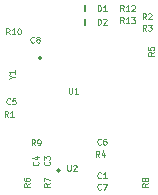
<source format=gbr>
G04 #@! TF.FileFunction,Other,Fab,Top*
%FSLAX46Y46*%
G04 Gerber Fmt 4.6, Leading zero omitted, Abs format (unit mm)*
G04 Created by KiCad (PCBNEW 4.0.2-stable) date Thursday, June 16, 2016 'AMt' 09:32:41 AM*
%MOMM*%
G01*
G04 APERTURE LIST*
%ADD10C,0.100000*%
%ADD11C,0.200000*%
%ADD12C,0.125000*%
G04 APERTURE END LIST*
D10*
D11*
X199390000Y-98425000D02*
X199390000Y-98933000D01*
X199390000Y-97282000D02*
X199390000Y-97790000D01*
X197231000Y-111252000D02*
G75*
G03X197231000Y-111252000I-127000J0D01*
G01*
X195707000Y-101727000D02*
G75*
G03X195707000Y-101727000I-127000J0D01*
G01*
D12*
X200703667Y-111875071D02*
X200679857Y-111898881D01*
X200608429Y-111922690D01*
X200560810Y-111922690D01*
X200489381Y-111898881D01*
X200441762Y-111851262D01*
X200417953Y-111803643D01*
X200394143Y-111708405D01*
X200394143Y-111636976D01*
X200417953Y-111541738D01*
X200441762Y-111494119D01*
X200489381Y-111446500D01*
X200560810Y-111422690D01*
X200608429Y-111422690D01*
X200679857Y-111446500D01*
X200703667Y-111470310D01*
X201179857Y-111922690D02*
X200894143Y-111922690D01*
X201037000Y-111922690D02*
X201037000Y-111422690D01*
X200989381Y-111494119D01*
X200941762Y-111541738D01*
X200894143Y-111565548D01*
X196330071Y-110509833D02*
X196353881Y-110533643D01*
X196377690Y-110605071D01*
X196377690Y-110652690D01*
X196353881Y-110724119D01*
X196306262Y-110771738D01*
X196258643Y-110795547D01*
X196163405Y-110819357D01*
X196091976Y-110819357D01*
X195996738Y-110795547D01*
X195949119Y-110771738D01*
X195901500Y-110724119D01*
X195877690Y-110652690D01*
X195877690Y-110605071D01*
X195901500Y-110533643D01*
X195925310Y-110509833D01*
X195877690Y-110343166D02*
X195877690Y-110033643D01*
X196068167Y-110200309D01*
X196068167Y-110128881D01*
X196091976Y-110081262D01*
X196115786Y-110057452D01*
X196163405Y-110033643D01*
X196282452Y-110033643D01*
X196330071Y-110057452D01*
X196353881Y-110081262D01*
X196377690Y-110128881D01*
X196377690Y-110271738D01*
X196353881Y-110319357D01*
X196330071Y-110343166D01*
X195377571Y-110509833D02*
X195401381Y-110533643D01*
X195425190Y-110605071D01*
X195425190Y-110652690D01*
X195401381Y-110724119D01*
X195353762Y-110771738D01*
X195306143Y-110795547D01*
X195210905Y-110819357D01*
X195139476Y-110819357D01*
X195044238Y-110795547D01*
X194996619Y-110771738D01*
X194949000Y-110724119D01*
X194925190Y-110652690D01*
X194925190Y-110605071D01*
X194949000Y-110533643D01*
X194972810Y-110509833D01*
X195091857Y-110081262D02*
X195425190Y-110081262D01*
X194901381Y-110200309D02*
X195258524Y-110319357D01*
X195258524Y-110009833D01*
X193020167Y-105588571D02*
X192996357Y-105612381D01*
X192924929Y-105636190D01*
X192877310Y-105636190D01*
X192805881Y-105612381D01*
X192758262Y-105564762D01*
X192734453Y-105517143D01*
X192710643Y-105421905D01*
X192710643Y-105350476D01*
X192734453Y-105255238D01*
X192758262Y-105207619D01*
X192805881Y-105160000D01*
X192877310Y-105136190D01*
X192924929Y-105136190D01*
X192996357Y-105160000D01*
X193020167Y-105183810D01*
X193472548Y-105136190D02*
X193234453Y-105136190D01*
X193210643Y-105374286D01*
X193234453Y-105350476D01*
X193282072Y-105326667D01*
X193401119Y-105326667D01*
X193448738Y-105350476D01*
X193472548Y-105374286D01*
X193496357Y-105421905D01*
X193496357Y-105540952D01*
X193472548Y-105588571D01*
X193448738Y-105612381D01*
X193401119Y-105636190D01*
X193282072Y-105636190D01*
X193234453Y-105612381D01*
X193210643Y-105588571D01*
X200703667Y-109017571D02*
X200679857Y-109041381D01*
X200608429Y-109065190D01*
X200560810Y-109065190D01*
X200489381Y-109041381D01*
X200441762Y-108993762D01*
X200417953Y-108946143D01*
X200394143Y-108850905D01*
X200394143Y-108779476D01*
X200417953Y-108684238D01*
X200441762Y-108636619D01*
X200489381Y-108589000D01*
X200560810Y-108565190D01*
X200608429Y-108565190D01*
X200679857Y-108589000D01*
X200703667Y-108612810D01*
X201132238Y-108565190D02*
X201037000Y-108565190D01*
X200989381Y-108589000D01*
X200965572Y-108612810D01*
X200917953Y-108684238D01*
X200894143Y-108779476D01*
X200894143Y-108969952D01*
X200917953Y-109017571D01*
X200941762Y-109041381D01*
X200989381Y-109065190D01*
X201084619Y-109065190D01*
X201132238Y-109041381D01*
X201156048Y-109017571D01*
X201179857Y-108969952D01*
X201179857Y-108850905D01*
X201156048Y-108803286D01*
X201132238Y-108779476D01*
X201084619Y-108755667D01*
X200989381Y-108755667D01*
X200941762Y-108779476D01*
X200917953Y-108803286D01*
X200894143Y-108850905D01*
X200703667Y-112827571D02*
X200679857Y-112851381D01*
X200608429Y-112875190D01*
X200560810Y-112875190D01*
X200489381Y-112851381D01*
X200441762Y-112803762D01*
X200417953Y-112756143D01*
X200394143Y-112660905D01*
X200394143Y-112589476D01*
X200417953Y-112494238D01*
X200441762Y-112446619D01*
X200489381Y-112399000D01*
X200560810Y-112375190D01*
X200608429Y-112375190D01*
X200679857Y-112399000D01*
X200703667Y-112422810D01*
X200870334Y-112375190D02*
X201203667Y-112375190D01*
X200989381Y-112875190D01*
X195052167Y-100381571D02*
X195028357Y-100405381D01*
X194956929Y-100429190D01*
X194909310Y-100429190D01*
X194837881Y-100405381D01*
X194790262Y-100357762D01*
X194766453Y-100310143D01*
X194742643Y-100214905D01*
X194742643Y-100143476D01*
X194766453Y-100048238D01*
X194790262Y-100000619D01*
X194837881Y-99953000D01*
X194909310Y-99929190D01*
X194956929Y-99929190D01*
X195028357Y-99953000D01*
X195052167Y-99976810D01*
X195337881Y-100143476D02*
X195290262Y-100119667D01*
X195266453Y-100095857D01*
X195242643Y-100048238D01*
X195242643Y-100024429D01*
X195266453Y-99976810D01*
X195290262Y-99953000D01*
X195337881Y-99929190D01*
X195433119Y-99929190D01*
X195480738Y-99953000D01*
X195504548Y-99976810D01*
X195528357Y-100024429D01*
X195528357Y-100048238D01*
X195504548Y-100095857D01*
X195480738Y-100119667D01*
X195433119Y-100143476D01*
X195337881Y-100143476D01*
X195290262Y-100167286D01*
X195266453Y-100191095D01*
X195242643Y-100238714D01*
X195242643Y-100333952D01*
X195266453Y-100381571D01*
X195290262Y-100405381D01*
X195337881Y-100429190D01*
X195433119Y-100429190D01*
X195480738Y-100405381D01*
X195504548Y-100381571D01*
X195528357Y-100333952D01*
X195528357Y-100238714D01*
X195504548Y-100191095D01*
X195480738Y-100167286D01*
X195433119Y-100143476D01*
X192829667Y-106715690D02*
X192663000Y-106477595D01*
X192543953Y-106715690D02*
X192543953Y-106215690D01*
X192734429Y-106215690D01*
X192782048Y-106239500D01*
X192805857Y-106263310D01*
X192829667Y-106310929D01*
X192829667Y-106382357D01*
X192805857Y-106429976D01*
X192782048Y-106453786D01*
X192734429Y-106477595D01*
X192543953Y-106477595D01*
X193305857Y-106715690D02*
X193020143Y-106715690D01*
X193163000Y-106715690D02*
X193163000Y-106215690D01*
X193115381Y-106287119D01*
X193067762Y-106334738D01*
X193020143Y-106358548D01*
X204513667Y-98460690D02*
X204347000Y-98222595D01*
X204227953Y-98460690D02*
X204227953Y-97960690D01*
X204418429Y-97960690D01*
X204466048Y-97984500D01*
X204489857Y-98008310D01*
X204513667Y-98055929D01*
X204513667Y-98127357D01*
X204489857Y-98174976D01*
X204466048Y-98198786D01*
X204418429Y-98222595D01*
X204227953Y-98222595D01*
X204704143Y-98008310D02*
X204727953Y-97984500D01*
X204775572Y-97960690D01*
X204894619Y-97960690D01*
X204942238Y-97984500D01*
X204966048Y-98008310D01*
X204989857Y-98055929D01*
X204989857Y-98103548D01*
X204966048Y-98174976D01*
X204680334Y-98460690D01*
X204989857Y-98460690D01*
X204513667Y-99413190D02*
X204347000Y-99175095D01*
X204227953Y-99413190D02*
X204227953Y-98913190D01*
X204418429Y-98913190D01*
X204466048Y-98937000D01*
X204489857Y-98960810D01*
X204513667Y-99008429D01*
X204513667Y-99079857D01*
X204489857Y-99127476D01*
X204466048Y-99151286D01*
X204418429Y-99175095D01*
X204227953Y-99175095D01*
X204680334Y-98913190D02*
X204989857Y-98913190D01*
X204823191Y-99103667D01*
X204894619Y-99103667D01*
X204942238Y-99127476D01*
X204966048Y-99151286D01*
X204989857Y-99198905D01*
X204989857Y-99317952D01*
X204966048Y-99365571D01*
X204942238Y-99389381D01*
X204894619Y-99413190D01*
X204751762Y-99413190D01*
X204704143Y-99389381D01*
X204680334Y-99365571D01*
X200576667Y-110081190D02*
X200410000Y-109843095D01*
X200290953Y-110081190D02*
X200290953Y-109581190D01*
X200481429Y-109581190D01*
X200529048Y-109605000D01*
X200552857Y-109628810D01*
X200576667Y-109676429D01*
X200576667Y-109747857D01*
X200552857Y-109795476D01*
X200529048Y-109819286D01*
X200481429Y-109843095D01*
X200290953Y-109843095D01*
X201005238Y-109747857D02*
X201005238Y-110081190D01*
X200886191Y-109557381D02*
X200767143Y-109914524D01*
X201076667Y-109914524D01*
X205204190Y-101238833D02*
X204966095Y-101405500D01*
X205204190Y-101524547D02*
X204704190Y-101524547D01*
X204704190Y-101334071D01*
X204728000Y-101286452D01*
X204751810Y-101262643D01*
X204799429Y-101238833D01*
X204870857Y-101238833D01*
X204918476Y-101262643D01*
X204942286Y-101286452D01*
X204966095Y-101334071D01*
X204966095Y-101524547D01*
X204704190Y-100786452D02*
X204704190Y-101024547D01*
X204942286Y-101048357D01*
X204918476Y-101024547D01*
X204894667Y-100976928D01*
X204894667Y-100857881D01*
X204918476Y-100810262D01*
X204942286Y-100786452D01*
X204989905Y-100762643D01*
X205108952Y-100762643D01*
X205156571Y-100786452D01*
X205180381Y-100810262D01*
X205204190Y-100857881D01*
X205204190Y-100976928D01*
X205180381Y-101024547D01*
X205156571Y-101048357D01*
X194663190Y-112351333D02*
X194425095Y-112518000D01*
X194663190Y-112637047D02*
X194163190Y-112637047D01*
X194163190Y-112446571D01*
X194187000Y-112398952D01*
X194210810Y-112375143D01*
X194258429Y-112351333D01*
X194329857Y-112351333D01*
X194377476Y-112375143D01*
X194401286Y-112398952D01*
X194425095Y-112446571D01*
X194425095Y-112637047D01*
X194163190Y-111922762D02*
X194163190Y-112018000D01*
X194187000Y-112065619D01*
X194210810Y-112089428D01*
X194282238Y-112137047D01*
X194377476Y-112160857D01*
X194567952Y-112160857D01*
X194615571Y-112137047D01*
X194639381Y-112113238D01*
X194663190Y-112065619D01*
X194663190Y-111970381D01*
X194639381Y-111922762D01*
X194615571Y-111898952D01*
X194567952Y-111875143D01*
X194448905Y-111875143D01*
X194401286Y-111898952D01*
X194377476Y-111922762D01*
X194353667Y-111970381D01*
X194353667Y-112065619D01*
X194377476Y-112113238D01*
X194401286Y-112137047D01*
X194448905Y-112160857D01*
X196377690Y-112351333D02*
X196139595Y-112518000D01*
X196377690Y-112637047D02*
X195877690Y-112637047D01*
X195877690Y-112446571D01*
X195901500Y-112398952D01*
X195925310Y-112375143D01*
X195972929Y-112351333D01*
X196044357Y-112351333D01*
X196091976Y-112375143D01*
X196115786Y-112398952D01*
X196139595Y-112446571D01*
X196139595Y-112637047D01*
X195877690Y-112184666D02*
X195877690Y-111851333D01*
X196377690Y-112065619D01*
X204696190Y-112351333D02*
X204458095Y-112518000D01*
X204696190Y-112637047D02*
X204196190Y-112637047D01*
X204196190Y-112446571D01*
X204220000Y-112398952D01*
X204243810Y-112375143D01*
X204291429Y-112351333D01*
X204362857Y-112351333D01*
X204410476Y-112375143D01*
X204434286Y-112398952D01*
X204458095Y-112446571D01*
X204458095Y-112637047D01*
X204410476Y-112065619D02*
X204386667Y-112113238D01*
X204362857Y-112137047D01*
X204315238Y-112160857D01*
X204291429Y-112160857D01*
X204243810Y-112137047D01*
X204220000Y-112113238D01*
X204196190Y-112065619D01*
X204196190Y-111970381D01*
X204220000Y-111922762D01*
X204243810Y-111898952D01*
X204291429Y-111875143D01*
X204315238Y-111875143D01*
X204362857Y-111898952D01*
X204386667Y-111922762D01*
X204410476Y-111970381D01*
X204410476Y-112065619D01*
X204434286Y-112113238D01*
X204458095Y-112137047D01*
X204505714Y-112160857D01*
X204600952Y-112160857D01*
X204648571Y-112137047D01*
X204672381Y-112113238D01*
X204696190Y-112065619D01*
X204696190Y-111970381D01*
X204672381Y-111922762D01*
X204648571Y-111898952D01*
X204600952Y-111875143D01*
X204505714Y-111875143D01*
X204458095Y-111898952D01*
X204434286Y-111922762D01*
X204410476Y-111970381D01*
X195115667Y-109128690D02*
X194949000Y-108890595D01*
X194829953Y-109128690D02*
X194829953Y-108628690D01*
X195020429Y-108628690D01*
X195068048Y-108652500D01*
X195091857Y-108676310D01*
X195115667Y-108723929D01*
X195115667Y-108795357D01*
X195091857Y-108842976D01*
X195068048Y-108866786D01*
X195020429Y-108890595D01*
X194829953Y-108890595D01*
X195353762Y-109128690D02*
X195449000Y-109128690D01*
X195496619Y-109104881D01*
X195520429Y-109081071D01*
X195568048Y-109009643D01*
X195591857Y-108914405D01*
X195591857Y-108723929D01*
X195568048Y-108676310D01*
X195544238Y-108652500D01*
X195496619Y-108628690D01*
X195401381Y-108628690D01*
X195353762Y-108652500D01*
X195329953Y-108676310D01*
X195306143Y-108723929D01*
X195306143Y-108842976D01*
X195329953Y-108890595D01*
X195353762Y-108914405D01*
X195401381Y-108938214D01*
X195496619Y-108938214D01*
X195544238Y-108914405D01*
X195568048Y-108890595D01*
X195591857Y-108842976D01*
X192972572Y-99730690D02*
X192805905Y-99492595D01*
X192686858Y-99730690D02*
X192686858Y-99230690D01*
X192877334Y-99230690D01*
X192924953Y-99254500D01*
X192948762Y-99278310D01*
X192972572Y-99325929D01*
X192972572Y-99397357D01*
X192948762Y-99444976D01*
X192924953Y-99468786D01*
X192877334Y-99492595D01*
X192686858Y-99492595D01*
X193448762Y-99730690D02*
X193163048Y-99730690D01*
X193305905Y-99730690D02*
X193305905Y-99230690D01*
X193258286Y-99302119D01*
X193210667Y-99349738D01*
X193163048Y-99373548D01*
X193758286Y-99230690D02*
X193805905Y-99230690D01*
X193853524Y-99254500D01*
X193877333Y-99278310D01*
X193901143Y-99325929D01*
X193924952Y-99421167D01*
X193924952Y-99540214D01*
X193901143Y-99635452D01*
X193877333Y-99683071D01*
X193853524Y-99706881D01*
X193805905Y-99730690D01*
X193758286Y-99730690D01*
X193710667Y-99706881D01*
X193686857Y-99683071D01*
X193663048Y-99635452D01*
X193639238Y-99540214D01*
X193639238Y-99421167D01*
X193663048Y-99325929D01*
X193686857Y-99278310D01*
X193710667Y-99254500D01*
X193758286Y-99230690D01*
X202624572Y-97762190D02*
X202457905Y-97524095D01*
X202338858Y-97762190D02*
X202338858Y-97262190D01*
X202529334Y-97262190D01*
X202576953Y-97286000D01*
X202600762Y-97309810D01*
X202624572Y-97357429D01*
X202624572Y-97428857D01*
X202600762Y-97476476D01*
X202576953Y-97500286D01*
X202529334Y-97524095D01*
X202338858Y-97524095D01*
X203100762Y-97762190D02*
X202815048Y-97762190D01*
X202957905Y-97762190D02*
X202957905Y-97262190D01*
X202910286Y-97333619D01*
X202862667Y-97381238D01*
X202815048Y-97405048D01*
X203291238Y-97309810D02*
X203315048Y-97286000D01*
X203362667Y-97262190D01*
X203481714Y-97262190D01*
X203529333Y-97286000D01*
X203553143Y-97309810D01*
X203576952Y-97357429D01*
X203576952Y-97405048D01*
X203553143Y-97476476D01*
X203267429Y-97762190D01*
X203576952Y-97762190D01*
X202624572Y-98778190D02*
X202457905Y-98540095D01*
X202338858Y-98778190D02*
X202338858Y-98278190D01*
X202529334Y-98278190D01*
X202576953Y-98302000D01*
X202600762Y-98325810D01*
X202624572Y-98373429D01*
X202624572Y-98444857D01*
X202600762Y-98492476D01*
X202576953Y-98516286D01*
X202529334Y-98540095D01*
X202338858Y-98540095D01*
X203100762Y-98778190D02*
X202815048Y-98778190D01*
X202957905Y-98778190D02*
X202957905Y-98278190D01*
X202910286Y-98349619D01*
X202862667Y-98397238D01*
X202815048Y-98421048D01*
X203267429Y-98278190D02*
X203576952Y-98278190D01*
X203410286Y-98468667D01*
X203481714Y-98468667D01*
X203529333Y-98492476D01*
X203553143Y-98516286D01*
X203576952Y-98563905D01*
X203576952Y-98682952D01*
X203553143Y-98730571D01*
X203529333Y-98754381D01*
X203481714Y-98778190D01*
X203338857Y-98778190D01*
X203291238Y-98754381D01*
X203267429Y-98730571D01*
X197993048Y-104247190D02*
X197993048Y-104651952D01*
X198016857Y-104699571D01*
X198040667Y-104723381D01*
X198088286Y-104747190D01*
X198183524Y-104747190D01*
X198231143Y-104723381D01*
X198254952Y-104699571D01*
X198278762Y-104651952D01*
X198278762Y-104247190D01*
X198778762Y-104747190D02*
X198493048Y-104747190D01*
X198635905Y-104747190D02*
X198635905Y-104247190D01*
X198588286Y-104318619D01*
X198540667Y-104366238D01*
X198493048Y-104390048D01*
X193155095Y-103362094D02*
X193393190Y-103362094D01*
X192893190Y-103528761D02*
X193155095Y-103362094D01*
X192893190Y-103195428D01*
X193393190Y-102766857D02*
X193393190Y-103052571D01*
X193393190Y-102909714D02*
X192893190Y-102909714D01*
X192964619Y-102957333D01*
X193012238Y-103004952D01*
X193036048Y-103052571D01*
X200417953Y-97762190D02*
X200417953Y-97262190D01*
X200537000Y-97262190D01*
X200608429Y-97286000D01*
X200656048Y-97333619D01*
X200679857Y-97381238D01*
X200703667Y-97476476D01*
X200703667Y-97547905D01*
X200679857Y-97643143D01*
X200656048Y-97690762D01*
X200608429Y-97738381D01*
X200537000Y-97762190D01*
X200417953Y-97762190D01*
X201179857Y-97762190D02*
X200894143Y-97762190D01*
X201037000Y-97762190D02*
X201037000Y-97262190D01*
X200989381Y-97333619D01*
X200941762Y-97381238D01*
X200894143Y-97405048D01*
X200417953Y-98905190D02*
X200417953Y-98405190D01*
X200537000Y-98405190D01*
X200608429Y-98429000D01*
X200656048Y-98476619D01*
X200679857Y-98524238D01*
X200703667Y-98619476D01*
X200703667Y-98690905D01*
X200679857Y-98786143D01*
X200656048Y-98833762D01*
X200608429Y-98881381D01*
X200537000Y-98905190D01*
X200417953Y-98905190D01*
X200894143Y-98452810D02*
X200917953Y-98429000D01*
X200965572Y-98405190D01*
X201084619Y-98405190D01*
X201132238Y-98429000D01*
X201156048Y-98452810D01*
X201179857Y-98500429D01*
X201179857Y-98548048D01*
X201156048Y-98619476D01*
X200870334Y-98905190D01*
X201179857Y-98905190D01*
X197866048Y-110787690D02*
X197866048Y-111192452D01*
X197889857Y-111240071D01*
X197913667Y-111263881D01*
X197961286Y-111287690D01*
X198056524Y-111287690D01*
X198104143Y-111263881D01*
X198127952Y-111240071D01*
X198151762Y-111192452D01*
X198151762Y-110787690D01*
X198366048Y-110835310D02*
X198389858Y-110811500D01*
X198437477Y-110787690D01*
X198556524Y-110787690D01*
X198604143Y-110811500D01*
X198627953Y-110835310D01*
X198651762Y-110882929D01*
X198651762Y-110930548D01*
X198627953Y-111001976D01*
X198342239Y-111287690D01*
X198651762Y-111287690D01*
M02*

</source>
